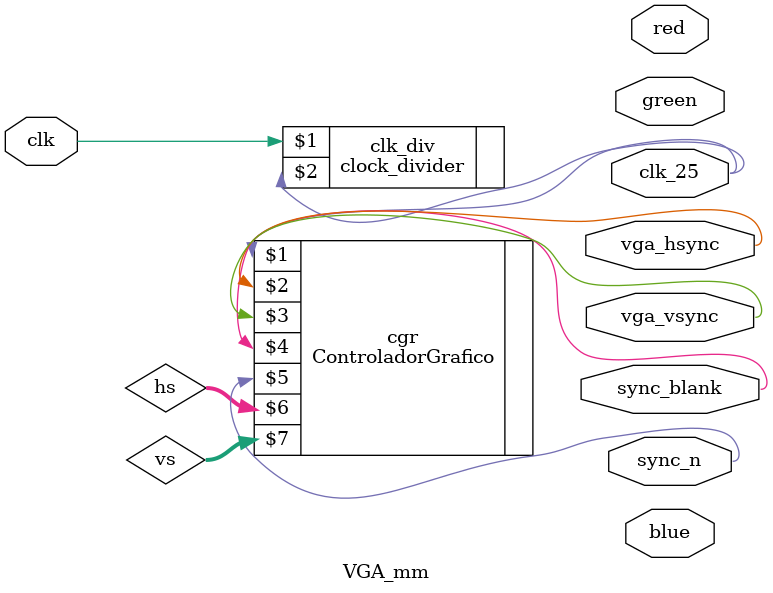
<source format=sv>
module VGA_mm
(

	input logic clk,
	output logic vga_hsync,vga_vsync,sync_blank,sync_n,
	output logic [7:0]red,green,blue,
	output logic clk_25
);


	logic [9:0]hs;
	logic [9:0]vs;
	
	clock_divider clk_div(clk,clk_25);
			
	ControladorGrafico cgr(clk_25,vga_hsync,vga_vsync,sync_blank,sync_n,hs,vs);


endmodule
</source>
